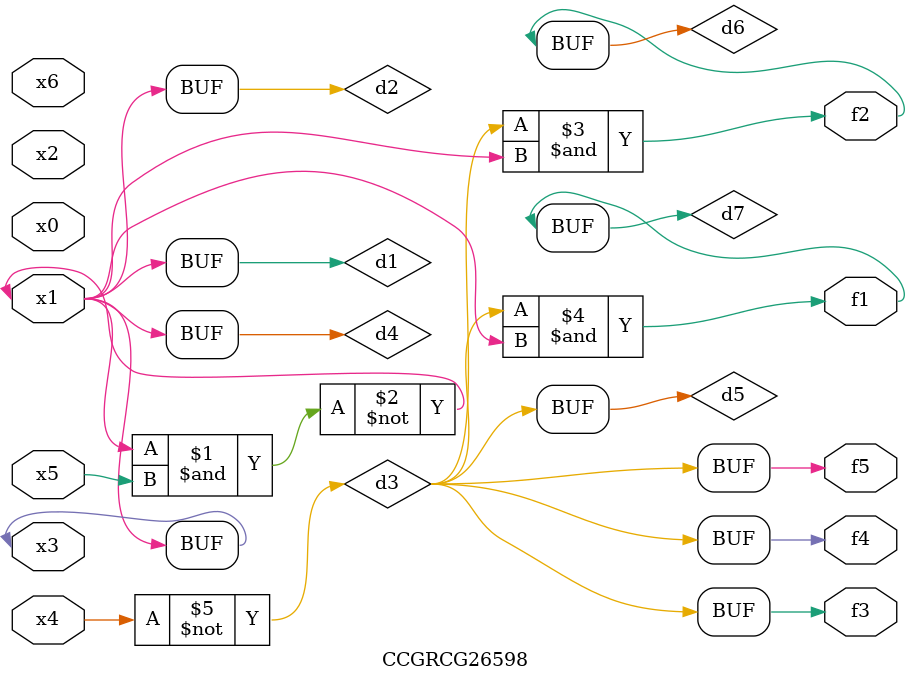
<source format=v>
module CCGRCG26598(
	input x0, x1, x2, x3, x4, x5, x6,
	output f1, f2, f3, f4, f5
);

	wire d1, d2, d3, d4, d5, d6, d7;

	buf (d1, x1, x3);
	nand (d2, x1, x5);
	not (d3, x4);
	buf (d4, d1, d2);
	buf (d5, d3);
	and (d6, d3, d4);
	and (d7, d3, d4);
	assign f1 = d7;
	assign f2 = d6;
	assign f3 = d5;
	assign f4 = d5;
	assign f5 = d5;
endmodule

</source>
